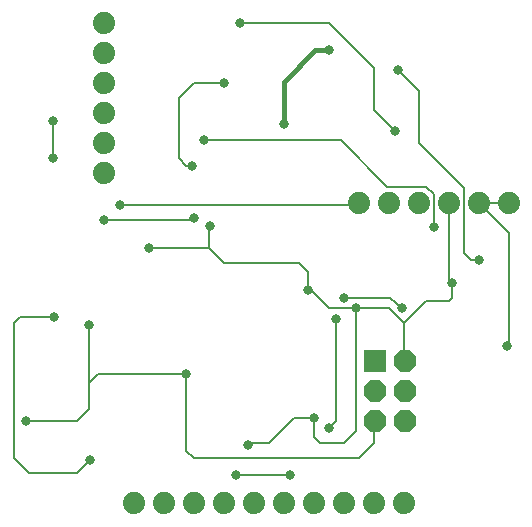
<source format=gbl>
G75*
%MOIN*%
%OFA0B0*%
%FSLAX25Y25*%
%IPPOS*%
%LPD*%
%AMOC8*
5,1,8,0,0,1.08239X$1,22.5*
%
%ADD10R,0.07400X0.07400*%
%ADD11OC8,0.07400*%
%ADD12C,0.07400*%
%ADD13C,0.03300*%
%ADD14C,0.00700*%
%ADD15C,0.01500*%
D10*
X0131500Y0067301D03*
D11*
X0141500Y0067301D03*
X0141500Y0057301D03*
X0131500Y0057301D03*
X0131500Y0047301D03*
X0141500Y0047301D03*
D12*
X0141000Y0019801D03*
X0131000Y0019801D03*
X0121000Y0019801D03*
X0111000Y0019801D03*
X0101000Y0019801D03*
X0091000Y0019801D03*
X0081000Y0019801D03*
X0071000Y0019801D03*
X0061000Y0019801D03*
X0051000Y0019801D03*
X0126000Y0119801D03*
X0136000Y0119801D03*
X0146000Y0119801D03*
X0156000Y0119801D03*
X0166000Y0119801D03*
X0176000Y0119801D03*
X0041000Y0129801D03*
X0041000Y0139801D03*
X0041000Y0149801D03*
X0041000Y0159801D03*
X0041000Y0169801D03*
X0041000Y0179801D03*
D13*
X0024000Y0147301D03*
X0024000Y0134801D03*
X0046500Y0119301D03*
X0041000Y0114301D03*
X0056000Y0104801D03*
X0071000Y0114801D03*
X0076500Y0112301D03*
X0070500Y0132301D03*
X0074500Y0140801D03*
X0081000Y0159801D03*
X0101000Y0146301D03*
X0116000Y0170801D03*
X0139000Y0164301D03*
X0138000Y0143801D03*
X0151000Y0111801D03*
X0166000Y0100801D03*
X0157000Y0093301D03*
X0140500Y0084801D03*
X0125000Y0084801D03*
X0121000Y0088301D03*
X0118500Y0081301D03*
X0109000Y0090801D03*
X0068500Y0062801D03*
X0089000Y0039301D03*
X0085000Y0029301D03*
X0103000Y0029301D03*
X0116000Y0044801D03*
X0111000Y0048301D03*
X0175500Y0072301D03*
X0086500Y0179801D03*
X0024500Y0081801D03*
X0036000Y0079301D03*
X0015000Y0047301D03*
X0036500Y0034301D03*
D14*
X0032000Y0029801D02*
X0016000Y0029801D01*
X0011000Y0034801D01*
X0011000Y0079801D01*
X0013000Y0081801D01*
X0024500Y0081801D01*
X0036000Y0079301D02*
X0036000Y0059801D01*
X0039000Y0062801D01*
X0068500Y0062801D01*
X0068500Y0037301D01*
X0071000Y0034801D01*
X0126000Y0034801D01*
X0131000Y0039801D01*
X0131000Y0046801D01*
X0131500Y0047301D01*
X0125000Y0043801D02*
X0121000Y0039801D01*
X0113000Y0039801D01*
X0111000Y0041801D01*
X0111000Y0048301D01*
X0104500Y0048301D01*
X0096000Y0039801D01*
X0089500Y0039801D01*
X0089000Y0039301D01*
X0085000Y0029301D02*
X0103000Y0029301D01*
X0116000Y0044801D02*
X0118500Y0047301D01*
X0118500Y0081301D01*
X0116000Y0084801D02*
X0125000Y0084801D01*
X0125000Y0043801D01*
X0141500Y0067301D02*
X0141000Y0067801D01*
X0141000Y0079801D01*
X0148500Y0087301D01*
X0156000Y0087301D01*
X0157000Y0088301D01*
X0157000Y0093301D01*
X0156000Y0094301D01*
X0156000Y0119801D01*
X0151000Y0122801D02*
X0148500Y0125301D01*
X0135500Y0125301D01*
X0120000Y0140801D01*
X0074500Y0140801D01*
X0070500Y0132301D02*
X0068500Y0132301D01*
X0066000Y0134801D01*
X0066000Y0154801D01*
X0071000Y0159801D01*
X0081000Y0159801D01*
X0086500Y0179801D02*
X0116000Y0179801D01*
X0131000Y0164801D01*
X0131000Y0150801D01*
X0138000Y0143801D01*
X0146000Y0139801D02*
X0146000Y0157301D01*
X0139000Y0164301D01*
X0146000Y0139801D02*
X0161000Y0124801D01*
X0161000Y0103301D01*
X0163500Y0100801D01*
X0166000Y0100801D01*
X0176000Y0109801D02*
X0176000Y0072801D01*
X0175500Y0072301D01*
X0141000Y0079801D02*
X0136000Y0084801D01*
X0125000Y0084801D01*
X0121000Y0088301D02*
X0136500Y0088301D01*
X0140500Y0084801D01*
X0116000Y0084801D02*
X0110000Y0090801D01*
X0109000Y0090801D01*
X0109000Y0096801D01*
X0106000Y0099801D01*
X0081000Y0099801D01*
X0076000Y0104801D01*
X0056000Y0104801D01*
X0070500Y0114301D02*
X0071000Y0114801D01*
X0070500Y0114301D02*
X0041000Y0114301D01*
X0046500Y0119301D02*
X0125500Y0119301D01*
X0126000Y0119801D01*
X0151000Y0122801D02*
X0151000Y0111801D01*
X0166000Y0119801D02*
X0176000Y0109801D01*
X0176000Y0119801D02*
X0166000Y0119801D01*
X0076500Y0112301D02*
X0076000Y0111801D01*
X0076000Y0104801D01*
X0036000Y0059801D02*
X0036000Y0051301D01*
X0032000Y0047301D01*
X0015000Y0047301D01*
X0032000Y0029801D02*
X0036500Y0034301D01*
X0024000Y0134801D02*
X0024000Y0147301D01*
D15*
X0101000Y0146301D02*
X0101000Y0160301D01*
X0111500Y0170801D01*
X0116000Y0170801D01*
M02*

</source>
